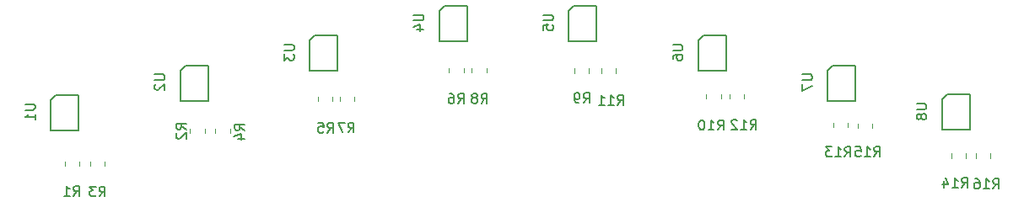
<source format=gbr>
%TF.GenerationSoftware,KiCad,Pcbnew,(5.1.9)-1*%
%TF.CreationDate,2021-05-13T01:41:10+02:00*%
%TF.ProjectId,CzujnikOdb,437a756a-6e69-46b4-9f64-622e6b696361,rev?*%
%TF.SameCoordinates,Original*%
%TF.FileFunction,Legend,Bot*%
%TF.FilePolarity,Positive*%
%FSLAX46Y46*%
G04 Gerber Fmt 4.6, Leading zero omitted, Abs format (unit mm)*
G04 Created by KiCad (PCBNEW (5.1.9)-1) date 2021-05-13 01:41:10*
%MOMM*%
%LPD*%
G01*
G04 APERTURE LIST*
%ADD10C,0.150000*%
%ADD11C,0.120000*%
G04 APERTURE END LIST*
D10*
%TO.C,U8*%
X167073000Y-106045000D02*
X167073000Y-109045000D01*
X167073000Y-109101000D02*
X169823000Y-109101000D01*
X167581000Y-105545000D02*
X167073000Y-106053000D01*
X169867000Y-105545000D02*
X167581000Y-105545000D01*
X169867000Y-109101000D02*
X169867000Y-105545000D01*
%TO.C,U7*%
X155603000Y-103095000D02*
X155603000Y-106095000D01*
X155603000Y-106151000D02*
X158353000Y-106151000D01*
X156111000Y-102595000D02*
X155603000Y-103103000D01*
X158397000Y-102595000D02*
X156111000Y-102595000D01*
X158397000Y-106151000D02*
X158397000Y-102595000D01*
%TO.C,U6*%
X142603000Y-100095000D02*
X142603000Y-103095000D01*
X142603000Y-103151000D02*
X145353000Y-103151000D01*
X143111000Y-99595000D02*
X142603000Y-100103000D01*
X145397000Y-99595000D02*
X143111000Y-99595000D01*
X145397000Y-103151000D02*
X145397000Y-99595000D01*
%TO.C,U5*%
X129603000Y-97095000D02*
X129603000Y-100095000D01*
X129603000Y-100151000D02*
X132353000Y-100151000D01*
X130111000Y-96595000D02*
X129603000Y-97103000D01*
X132397000Y-96595000D02*
X130111000Y-96595000D01*
X132397000Y-100151000D02*
X132397000Y-96595000D01*
%TO.C,U4*%
X116603000Y-97095000D02*
X116603000Y-100095000D01*
X116603000Y-100151000D02*
X119353000Y-100151000D01*
X117111000Y-96595000D02*
X116603000Y-97103000D01*
X119397000Y-96595000D02*
X117111000Y-96595000D01*
X119397000Y-100151000D02*
X119397000Y-96595000D01*
%TO.C,U3*%
X103603000Y-100095000D02*
X103603000Y-103095000D01*
X103603000Y-103151000D02*
X106353000Y-103151000D01*
X104111000Y-99595000D02*
X103603000Y-100103000D01*
X106397000Y-99595000D02*
X104111000Y-99595000D01*
X106397000Y-103151000D02*
X106397000Y-99595000D01*
%TO.C,U2*%
X90603000Y-103095000D02*
X90603000Y-106095000D01*
X90603000Y-106151000D02*
X93353000Y-106151000D01*
X91111000Y-102595000D02*
X90603000Y-103103000D01*
X93397000Y-102595000D02*
X91111000Y-102595000D01*
X93397000Y-106151000D02*
X93397000Y-102595000D01*
%TO.C,U1*%
X77603000Y-106095000D02*
X77603000Y-109095000D01*
X77603000Y-109151000D02*
X80353000Y-109151000D01*
X78111000Y-105595000D02*
X77603000Y-106103000D01*
X80397000Y-105595000D02*
X78111000Y-105595000D01*
X80397000Y-109151000D02*
X80397000Y-105595000D01*
D11*
%TO.C,R11*%
X134355000Y-103367064D02*
X134355000Y-102912936D01*
X132885000Y-103367064D02*
X132885000Y-102912936D01*
%TO.C,R9*%
X130145000Y-103357064D02*
X130145000Y-102902936D01*
X131615000Y-103357064D02*
X131615000Y-102902936D01*
%TO.C,R8*%
X121355000Y-103317064D02*
X121355000Y-102862936D01*
X119885000Y-103317064D02*
X119885000Y-102862936D01*
%TO.C,R6*%
X117595000Y-103337064D02*
X117595000Y-102882936D01*
X119065000Y-103337064D02*
X119065000Y-102882936D01*
%TO.C,R1*%
X79015000Y-112727064D02*
X79015000Y-112272936D01*
X80485000Y-112727064D02*
X80485000Y-112272936D01*
%TO.C,R2*%
X93075000Y-109417064D02*
X93075000Y-108962936D01*
X91605000Y-109417064D02*
X91605000Y-108962936D01*
%TO.C,R3*%
X83035000Y-112727064D02*
X83035000Y-112272936D01*
X81565000Y-112727064D02*
X81565000Y-112272936D01*
%TO.C,R4*%
X94145000Y-109447064D02*
X94145000Y-108992936D01*
X95615000Y-109447064D02*
X95615000Y-108992936D01*
%TO.C,R5*%
X105875000Y-106217064D02*
X105875000Y-105762936D01*
X104405000Y-106217064D02*
X104405000Y-105762936D01*
%TO.C,R7*%
X106655000Y-106197064D02*
X106655000Y-105742936D01*
X108125000Y-106197064D02*
X108125000Y-105742936D01*
%TO.C,R10*%
X144895000Y-105937064D02*
X144895000Y-105482936D01*
X143425000Y-105937064D02*
X143425000Y-105482936D01*
%TO.C,R12*%
X145765000Y-105937064D02*
X145765000Y-105482936D01*
X147235000Y-105937064D02*
X147235000Y-105482936D01*
%TO.C,R13*%
X156185000Y-108837064D02*
X156185000Y-108382936D01*
X157655000Y-108837064D02*
X157655000Y-108382936D01*
%TO.C,R14*%
X169455000Y-111917064D02*
X169455000Y-111462936D01*
X167985000Y-111917064D02*
X167985000Y-111462936D01*
%TO.C,R15*%
X160065000Y-108897064D02*
X160065000Y-108442936D01*
X158595000Y-108897064D02*
X158595000Y-108442936D01*
%TO.C,R16*%
X170445000Y-111907064D02*
X170445000Y-111452936D01*
X171915000Y-111907064D02*
X171915000Y-111452936D01*
%TD*%
%TO.C,U8*%
D10*
X164515380Y-106469095D02*
X165324904Y-106469095D01*
X165420142Y-106516714D01*
X165467761Y-106564333D01*
X165515380Y-106659571D01*
X165515380Y-106850047D01*
X165467761Y-106945285D01*
X165420142Y-106992904D01*
X165324904Y-107040523D01*
X164515380Y-107040523D01*
X164943952Y-107659571D02*
X164896333Y-107564333D01*
X164848714Y-107516714D01*
X164753476Y-107469095D01*
X164705857Y-107469095D01*
X164610619Y-107516714D01*
X164563000Y-107564333D01*
X164515380Y-107659571D01*
X164515380Y-107850047D01*
X164563000Y-107945285D01*
X164610619Y-107992904D01*
X164705857Y-108040523D01*
X164753476Y-108040523D01*
X164848714Y-107992904D01*
X164896333Y-107945285D01*
X164943952Y-107850047D01*
X164943952Y-107659571D01*
X164991571Y-107564333D01*
X165039190Y-107516714D01*
X165134428Y-107469095D01*
X165324904Y-107469095D01*
X165420142Y-107516714D01*
X165467761Y-107564333D01*
X165515380Y-107659571D01*
X165515380Y-107850047D01*
X165467761Y-107945285D01*
X165420142Y-107992904D01*
X165324904Y-108040523D01*
X165134428Y-108040523D01*
X165039190Y-107992904D01*
X164991571Y-107945285D01*
X164943952Y-107850047D01*
%TO.C,U7*%
X153045380Y-103519095D02*
X153854904Y-103519095D01*
X153950142Y-103566714D01*
X153997761Y-103614333D01*
X154045380Y-103709571D01*
X154045380Y-103900047D01*
X153997761Y-103995285D01*
X153950142Y-104042904D01*
X153854904Y-104090523D01*
X153045380Y-104090523D01*
X153045380Y-104471476D02*
X153045380Y-105138142D01*
X154045380Y-104709571D01*
%TO.C,U6*%
X140045380Y-100519095D02*
X140854904Y-100519095D01*
X140950142Y-100566714D01*
X140997761Y-100614333D01*
X141045380Y-100709571D01*
X141045380Y-100900047D01*
X140997761Y-100995285D01*
X140950142Y-101042904D01*
X140854904Y-101090523D01*
X140045380Y-101090523D01*
X140045380Y-101995285D02*
X140045380Y-101804809D01*
X140093000Y-101709571D01*
X140140619Y-101661952D01*
X140283476Y-101566714D01*
X140473952Y-101519095D01*
X140854904Y-101519095D01*
X140950142Y-101566714D01*
X140997761Y-101614333D01*
X141045380Y-101709571D01*
X141045380Y-101900047D01*
X140997761Y-101995285D01*
X140950142Y-102042904D01*
X140854904Y-102090523D01*
X140616809Y-102090523D01*
X140521571Y-102042904D01*
X140473952Y-101995285D01*
X140426333Y-101900047D01*
X140426333Y-101709571D01*
X140473952Y-101614333D01*
X140521571Y-101566714D01*
X140616809Y-101519095D01*
%TO.C,U5*%
X127045380Y-97519095D02*
X127854904Y-97519095D01*
X127950142Y-97566714D01*
X127997761Y-97614333D01*
X128045380Y-97709571D01*
X128045380Y-97900047D01*
X127997761Y-97995285D01*
X127950142Y-98042904D01*
X127854904Y-98090523D01*
X127045380Y-98090523D01*
X127045380Y-99042904D02*
X127045380Y-98566714D01*
X127521571Y-98519095D01*
X127473952Y-98566714D01*
X127426333Y-98661952D01*
X127426333Y-98900047D01*
X127473952Y-98995285D01*
X127521571Y-99042904D01*
X127616809Y-99090523D01*
X127854904Y-99090523D01*
X127950142Y-99042904D01*
X127997761Y-98995285D01*
X128045380Y-98900047D01*
X128045380Y-98661952D01*
X127997761Y-98566714D01*
X127950142Y-98519095D01*
%TO.C,U4*%
X114045380Y-97519095D02*
X114854904Y-97519095D01*
X114950142Y-97566714D01*
X114997761Y-97614333D01*
X115045380Y-97709571D01*
X115045380Y-97900047D01*
X114997761Y-97995285D01*
X114950142Y-98042904D01*
X114854904Y-98090523D01*
X114045380Y-98090523D01*
X114378714Y-98995285D02*
X115045380Y-98995285D01*
X113997761Y-98757190D02*
X114712047Y-98519095D01*
X114712047Y-99138142D01*
%TO.C,U3*%
X101045380Y-100519095D02*
X101854904Y-100519095D01*
X101950142Y-100566714D01*
X101997761Y-100614333D01*
X102045380Y-100709571D01*
X102045380Y-100900047D01*
X101997761Y-100995285D01*
X101950142Y-101042904D01*
X101854904Y-101090523D01*
X101045380Y-101090523D01*
X101045380Y-101471476D02*
X101045380Y-102090523D01*
X101426333Y-101757190D01*
X101426333Y-101900047D01*
X101473952Y-101995285D01*
X101521571Y-102042904D01*
X101616809Y-102090523D01*
X101854904Y-102090523D01*
X101950142Y-102042904D01*
X101997761Y-101995285D01*
X102045380Y-101900047D01*
X102045380Y-101614333D01*
X101997761Y-101519095D01*
X101950142Y-101471476D01*
%TO.C,U2*%
X88045380Y-103519095D02*
X88854904Y-103519095D01*
X88950142Y-103566714D01*
X88997761Y-103614333D01*
X89045380Y-103709571D01*
X89045380Y-103900047D01*
X88997761Y-103995285D01*
X88950142Y-104042904D01*
X88854904Y-104090523D01*
X88045380Y-104090523D01*
X88140619Y-104519095D02*
X88093000Y-104566714D01*
X88045380Y-104661952D01*
X88045380Y-104900047D01*
X88093000Y-104995285D01*
X88140619Y-105042904D01*
X88235857Y-105090523D01*
X88331095Y-105090523D01*
X88473952Y-105042904D01*
X89045380Y-104471476D01*
X89045380Y-105090523D01*
%TO.C,U1*%
X75045380Y-106519095D02*
X75854904Y-106519095D01*
X75950142Y-106566714D01*
X75997761Y-106614333D01*
X76045380Y-106709571D01*
X76045380Y-106900047D01*
X75997761Y-106995285D01*
X75950142Y-107042904D01*
X75854904Y-107090523D01*
X75045380Y-107090523D01*
X76045380Y-108090523D02*
X76045380Y-107519095D01*
X76045380Y-107804809D02*
X75045380Y-107804809D01*
X75188238Y-107709571D01*
X75283476Y-107614333D01*
X75331095Y-107519095D01*
%TO.C,R11*%
X134522857Y-106592380D02*
X134856190Y-106116190D01*
X135094285Y-106592380D02*
X135094285Y-105592380D01*
X134713333Y-105592380D01*
X134618095Y-105640000D01*
X134570476Y-105687619D01*
X134522857Y-105782857D01*
X134522857Y-105925714D01*
X134570476Y-106020952D01*
X134618095Y-106068571D01*
X134713333Y-106116190D01*
X135094285Y-106116190D01*
X133570476Y-106592380D02*
X134141904Y-106592380D01*
X133856190Y-106592380D02*
X133856190Y-105592380D01*
X133951428Y-105735238D01*
X134046666Y-105830476D01*
X134141904Y-105878095D01*
X132618095Y-106592380D02*
X133189523Y-106592380D01*
X132903809Y-106592380D02*
X132903809Y-105592380D01*
X132999047Y-105735238D01*
X133094285Y-105830476D01*
X133189523Y-105878095D01*
%TO.C,R9*%
X131096666Y-106382380D02*
X131430000Y-105906190D01*
X131668095Y-106382380D02*
X131668095Y-105382380D01*
X131287142Y-105382380D01*
X131191904Y-105430000D01*
X131144285Y-105477619D01*
X131096666Y-105572857D01*
X131096666Y-105715714D01*
X131144285Y-105810952D01*
X131191904Y-105858571D01*
X131287142Y-105906190D01*
X131668095Y-105906190D01*
X130620476Y-106382380D02*
X130430000Y-106382380D01*
X130334761Y-106334761D01*
X130287142Y-106287142D01*
X130191904Y-106144285D01*
X130144285Y-105953809D01*
X130144285Y-105572857D01*
X130191904Y-105477619D01*
X130239523Y-105430000D01*
X130334761Y-105382380D01*
X130525238Y-105382380D01*
X130620476Y-105430000D01*
X130668095Y-105477619D01*
X130715714Y-105572857D01*
X130715714Y-105810952D01*
X130668095Y-105906190D01*
X130620476Y-105953809D01*
X130525238Y-106001428D01*
X130334761Y-106001428D01*
X130239523Y-105953809D01*
X130191904Y-105906190D01*
X130144285Y-105810952D01*
%TO.C,R8*%
X120826666Y-106442380D02*
X121160000Y-105966190D01*
X121398095Y-106442380D02*
X121398095Y-105442380D01*
X121017142Y-105442380D01*
X120921904Y-105490000D01*
X120874285Y-105537619D01*
X120826666Y-105632857D01*
X120826666Y-105775714D01*
X120874285Y-105870952D01*
X120921904Y-105918571D01*
X121017142Y-105966190D01*
X121398095Y-105966190D01*
X120255238Y-105870952D02*
X120350476Y-105823333D01*
X120398095Y-105775714D01*
X120445714Y-105680476D01*
X120445714Y-105632857D01*
X120398095Y-105537619D01*
X120350476Y-105490000D01*
X120255238Y-105442380D01*
X120064761Y-105442380D01*
X119969523Y-105490000D01*
X119921904Y-105537619D01*
X119874285Y-105632857D01*
X119874285Y-105680476D01*
X119921904Y-105775714D01*
X119969523Y-105823333D01*
X120064761Y-105870952D01*
X120255238Y-105870952D01*
X120350476Y-105918571D01*
X120398095Y-105966190D01*
X120445714Y-106061428D01*
X120445714Y-106251904D01*
X120398095Y-106347142D01*
X120350476Y-106394761D01*
X120255238Y-106442380D01*
X120064761Y-106442380D01*
X119969523Y-106394761D01*
X119921904Y-106347142D01*
X119874285Y-106251904D01*
X119874285Y-106061428D01*
X119921904Y-105966190D01*
X119969523Y-105918571D01*
X120064761Y-105870952D01*
%TO.C,R6*%
X118496666Y-106432380D02*
X118830000Y-105956190D01*
X119068095Y-106432380D02*
X119068095Y-105432380D01*
X118687142Y-105432380D01*
X118591904Y-105480000D01*
X118544285Y-105527619D01*
X118496666Y-105622857D01*
X118496666Y-105765714D01*
X118544285Y-105860952D01*
X118591904Y-105908571D01*
X118687142Y-105956190D01*
X119068095Y-105956190D01*
X117639523Y-105432380D02*
X117830000Y-105432380D01*
X117925238Y-105480000D01*
X117972857Y-105527619D01*
X118068095Y-105670476D01*
X118115714Y-105860952D01*
X118115714Y-106241904D01*
X118068095Y-106337142D01*
X118020476Y-106384761D01*
X117925238Y-106432380D01*
X117734761Y-106432380D01*
X117639523Y-106384761D01*
X117591904Y-106337142D01*
X117544285Y-106241904D01*
X117544285Y-106003809D01*
X117591904Y-105908571D01*
X117639523Y-105860952D01*
X117734761Y-105813333D01*
X117925238Y-105813333D01*
X118020476Y-105860952D01*
X118068095Y-105908571D01*
X118115714Y-106003809D01*
%TO.C,R1*%
X79896666Y-115752380D02*
X80230000Y-115276190D01*
X80468095Y-115752380D02*
X80468095Y-114752380D01*
X80087142Y-114752380D01*
X79991904Y-114800000D01*
X79944285Y-114847619D01*
X79896666Y-114942857D01*
X79896666Y-115085714D01*
X79944285Y-115180952D01*
X79991904Y-115228571D01*
X80087142Y-115276190D01*
X80468095Y-115276190D01*
X78944285Y-115752380D02*
X79515714Y-115752380D01*
X79230000Y-115752380D02*
X79230000Y-114752380D01*
X79325238Y-114895238D01*
X79420476Y-114990476D01*
X79515714Y-115038095D01*
%TO.C,R2*%
X91202380Y-109033333D02*
X90726190Y-108700000D01*
X91202380Y-108461904D02*
X90202380Y-108461904D01*
X90202380Y-108842857D01*
X90250000Y-108938095D01*
X90297619Y-108985714D01*
X90392857Y-109033333D01*
X90535714Y-109033333D01*
X90630952Y-108985714D01*
X90678571Y-108938095D01*
X90726190Y-108842857D01*
X90726190Y-108461904D01*
X90297619Y-109414285D02*
X90250000Y-109461904D01*
X90202380Y-109557142D01*
X90202380Y-109795238D01*
X90250000Y-109890476D01*
X90297619Y-109938095D01*
X90392857Y-109985714D01*
X90488095Y-109985714D01*
X90630952Y-109938095D01*
X91202380Y-109366666D01*
X91202380Y-109985714D01*
%TO.C,R3*%
X82486666Y-115792380D02*
X82820000Y-115316190D01*
X83058095Y-115792380D02*
X83058095Y-114792380D01*
X82677142Y-114792380D01*
X82581904Y-114840000D01*
X82534285Y-114887619D01*
X82486666Y-114982857D01*
X82486666Y-115125714D01*
X82534285Y-115220952D01*
X82581904Y-115268571D01*
X82677142Y-115316190D01*
X83058095Y-115316190D01*
X82153333Y-114792380D02*
X81534285Y-114792380D01*
X81867619Y-115173333D01*
X81724761Y-115173333D01*
X81629523Y-115220952D01*
X81581904Y-115268571D01*
X81534285Y-115363809D01*
X81534285Y-115601904D01*
X81581904Y-115697142D01*
X81629523Y-115744761D01*
X81724761Y-115792380D01*
X82010476Y-115792380D01*
X82105714Y-115744761D01*
X82153333Y-115697142D01*
%TO.C,R4*%
X97062380Y-109123333D02*
X96586190Y-108790000D01*
X97062380Y-108551904D02*
X96062380Y-108551904D01*
X96062380Y-108932857D01*
X96110000Y-109028095D01*
X96157619Y-109075714D01*
X96252857Y-109123333D01*
X96395714Y-109123333D01*
X96490952Y-109075714D01*
X96538571Y-109028095D01*
X96586190Y-108932857D01*
X96586190Y-108551904D01*
X96395714Y-109980476D02*
X97062380Y-109980476D01*
X96014761Y-109742380D02*
X96729047Y-109504285D01*
X96729047Y-110123333D01*
%TO.C,R5*%
X105376666Y-109372380D02*
X105710000Y-108896190D01*
X105948095Y-109372380D02*
X105948095Y-108372380D01*
X105567142Y-108372380D01*
X105471904Y-108420000D01*
X105424285Y-108467619D01*
X105376666Y-108562857D01*
X105376666Y-108705714D01*
X105424285Y-108800952D01*
X105471904Y-108848571D01*
X105567142Y-108896190D01*
X105948095Y-108896190D01*
X104471904Y-108372380D02*
X104948095Y-108372380D01*
X104995714Y-108848571D01*
X104948095Y-108800952D01*
X104852857Y-108753333D01*
X104614761Y-108753333D01*
X104519523Y-108800952D01*
X104471904Y-108848571D01*
X104424285Y-108943809D01*
X104424285Y-109181904D01*
X104471904Y-109277142D01*
X104519523Y-109324761D01*
X104614761Y-109372380D01*
X104852857Y-109372380D01*
X104948095Y-109324761D01*
X104995714Y-109277142D01*
%TO.C,R7*%
X107456666Y-109362380D02*
X107790000Y-108886190D01*
X108028095Y-109362380D02*
X108028095Y-108362380D01*
X107647142Y-108362380D01*
X107551904Y-108410000D01*
X107504285Y-108457619D01*
X107456666Y-108552857D01*
X107456666Y-108695714D01*
X107504285Y-108790952D01*
X107551904Y-108838571D01*
X107647142Y-108886190D01*
X108028095Y-108886190D01*
X107123333Y-108362380D02*
X106456666Y-108362380D01*
X106885238Y-109362380D01*
%TO.C,R10*%
X144572857Y-109112380D02*
X144906190Y-108636190D01*
X145144285Y-109112380D02*
X145144285Y-108112380D01*
X144763333Y-108112380D01*
X144668095Y-108160000D01*
X144620476Y-108207619D01*
X144572857Y-108302857D01*
X144572857Y-108445714D01*
X144620476Y-108540952D01*
X144668095Y-108588571D01*
X144763333Y-108636190D01*
X145144285Y-108636190D01*
X143620476Y-109112380D02*
X144191904Y-109112380D01*
X143906190Y-109112380D02*
X143906190Y-108112380D01*
X144001428Y-108255238D01*
X144096666Y-108350476D01*
X144191904Y-108398095D01*
X143001428Y-108112380D02*
X142906190Y-108112380D01*
X142810952Y-108160000D01*
X142763333Y-108207619D01*
X142715714Y-108302857D01*
X142668095Y-108493333D01*
X142668095Y-108731428D01*
X142715714Y-108921904D01*
X142763333Y-109017142D01*
X142810952Y-109064761D01*
X142906190Y-109112380D01*
X143001428Y-109112380D01*
X143096666Y-109064761D01*
X143144285Y-109017142D01*
X143191904Y-108921904D01*
X143239523Y-108731428D01*
X143239523Y-108493333D01*
X143191904Y-108302857D01*
X143144285Y-108207619D01*
X143096666Y-108160000D01*
X143001428Y-108112380D01*
%TO.C,R12*%
X147842857Y-109052380D02*
X148176190Y-108576190D01*
X148414285Y-109052380D02*
X148414285Y-108052380D01*
X148033333Y-108052380D01*
X147938095Y-108100000D01*
X147890476Y-108147619D01*
X147842857Y-108242857D01*
X147842857Y-108385714D01*
X147890476Y-108480952D01*
X147938095Y-108528571D01*
X148033333Y-108576190D01*
X148414285Y-108576190D01*
X146890476Y-109052380D02*
X147461904Y-109052380D01*
X147176190Y-109052380D02*
X147176190Y-108052380D01*
X147271428Y-108195238D01*
X147366666Y-108290476D01*
X147461904Y-108338095D01*
X146509523Y-108147619D02*
X146461904Y-108100000D01*
X146366666Y-108052380D01*
X146128571Y-108052380D01*
X146033333Y-108100000D01*
X145985714Y-108147619D01*
X145938095Y-108242857D01*
X145938095Y-108338095D01*
X145985714Y-108480952D01*
X146557142Y-109052380D01*
X145938095Y-109052380D01*
%TO.C,R13*%
X157312857Y-111792380D02*
X157646190Y-111316190D01*
X157884285Y-111792380D02*
X157884285Y-110792380D01*
X157503333Y-110792380D01*
X157408095Y-110840000D01*
X157360476Y-110887619D01*
X157312857Y-110982857D01*
X157312857Y-111125714D01*
X157360476Y-111220952D01*
X157408095Y-111268571D01*
X157503333Y-111316190D01*
X157884285Y-111316190D01*
X156360476Y-111792380D02*
X156931904Y-111792380D01*
X156646190Y-111792380D02*
X156646190Y-110792380D01*
X156741428Y-110935238D01*
X156836666Y-111030476D01*
X156931904Y-111078095D01*
X156027142Y-110792380D02*
X155408095Y-110792380D01*
X155741428Y-111173333D01*
X155598571Y-111173333D01*
X155503333Y-111220952D01*
X155455714Y-111268571D01*
X155408095Y-111363809D01*
X155408095Y-111601904D01*
X155455714Y-111697142D01*
X155503333Y-111744761D01*
X155598571Y-111792380D01*
X155884285Y-111792380D01*
X155979523Y-111744761D01*
X156027142Y-111697142D01*
%TO.C,R14*%
X169042857Y-114912380D02*
X169376190Y-114436190D01*
X169614285Y-114912380D02*
X169614285Y-113912380D01*
X169233333Y-113912380D01*
X169138095Y-113960000D01*
X169090476Y-114007619D01*
X169042857Y-114102857D01*
X169042857Y-114245714D01*
X169090476Y-114340952D01*
X169138095Y-114388571D01*
X169233333Y-114436190D01*
X169614285Y-114436190D01*
X168090476Y-114912380D02*
X168661904Y-114912380D01*
X168376190Y-114912380D02*
X168376190Y-113912380D01*
X168471428Y-114055238D01*
X168566666Y-114150476D01*
X168661904Y-114198095D01*
X167233333Y-114245714D02*
X167233333Y-114912380D01*
X167471428Y-113864761D02*
X167709523Y-114579047D01*
X167090476Y-114579047D01*
%TO.C,R15*%
X160262857Y-111782380D02*
X160596190Y-111306190D01*
X160834285Y-111782380D02*
X160834285Y-110782380D01*
X160453333Y-110782380D01*
X160358095Y-110830000D01*
X160310476Y-110877619D01*
X160262857Y-110972857D01*
X160262857Y-111115714D01*
X160310476Y-111210952D01*
X160358095Y-111258571D01*
X160453333Y-111306190D01*
X160834285Y-111306190D01*
X159310476Y-111782380D02*
X159881904Y-111782380D01*
X159596190Y-111782380D02*
X159596190Y-110782380D01*
X159691428Y-110925238D01*
X159786666Y-111020476D01*
X159881904Y-111068095D01*
X158405714Y-110782380D02*
X158881904Y-110782380D01*
X158929523Y-111258571D01*
X158881904Y-111210952D01*
X158786666Y-111163333D01*
X158548571Y-111163333D01*
X158453333Y-111210952D01*
X158405714Y-111258571D01*
X158358095Y-111353809D01*
X158358095Y-111591904D01*
X158405714Y-111687142D01*
X158453333Y-111734761D01*
X158548571Y-111782380D01*
X158786666Y-111782380D01*
X158881904Y-111734761D01*
X158929523Y-111687142D01*
%TO.C,R16*%
X172202857Y-115012380D02*
X172536190Y-114536190D01*
X172774285Y-115012380D02*
X172774285Y-114012380D01*
X172393333Y-114012380D01*
X172298095Y-114060000D01*
X172250476Y-114107619D01*
X172202857Y-114202857D01*
X172202857Y-114345714D01*
X172250476Y-114440952D01*
X172298095Y-114488571D01*
X172393333Y-114536190D01*
X172774285Y-114536190D01*
X171250476Y-115012380D02*
X171821904Y-115012380D01*
X171536190Y-115012380D02*
X171536190Y-114012380D01*
X171631428Y-114155238D01*
X171726666Y-114250476D01*
X171821904Y-114298095D01*
X170393333Y-114012380D02*
X170583809Y-114012380D01*
X170679047Y-114060000D01*
X170726666Y-114107619D01*
X170821904Y-114250476D01*
X170869523Y-114440952D01*
X170869523Y-114821904D01*
X170821904Y-114917142D01*
X170774285Y-114964761D01*
X170679047Y-115012380D01*
X170488571Y-115012380D01*
X170393333Y-114964761D01*
X170345714Y-114917142D01*
X170298095Y-114821904D01*
X170298095Y-114583809D01*
X170345714Y-114488571D01*
X170393333Y-114440952D01*
X170488571Y-114393333D01*
X170679047Y-114393333D01*
X170774285Y-114440952D01*
X170821904Y-114488571D01*
X170869523Y-114583809D01*
%TD*%
M02*

</source>
